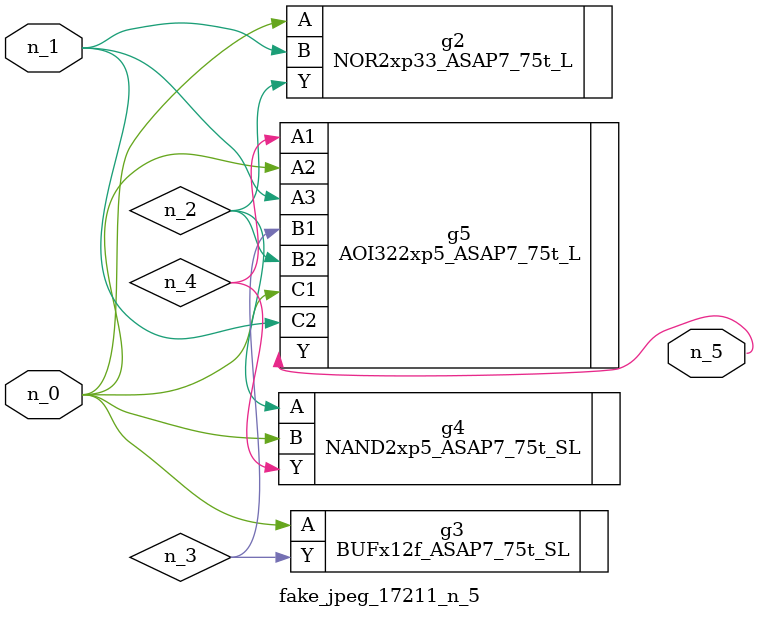
<source format=v>
module fake_jpeg_17211_n_5 (n_0, n_1, n_5);

input n_0;
input n_1;

output n_5;

wire n_3;
wire n_2;
wire n_4;

NOR2xp33_ASAP7_75t_L g2 ( 
.A(n_0),
.B(n_1),
.Y(n_2)
);

BUFx12f_ASAP7_75t_SL g3 ( 
.A(n_0),
.Y(n_3)
);

NAND2xp5_ASAP7_75t_SL g4 ( 
.A(n_2),
.B(n_0),
.Y(n_4)
);

AOI322xp5_ASAP7_75t_L g5 ( 
.A1(n_4),
.A2(n_0),
.A3(n_1),
.B1(n_3),
.B2(n_2),
.C1(n_0),
.C2(n_1),
.Y(n_5)
);


endmodule
</source>
